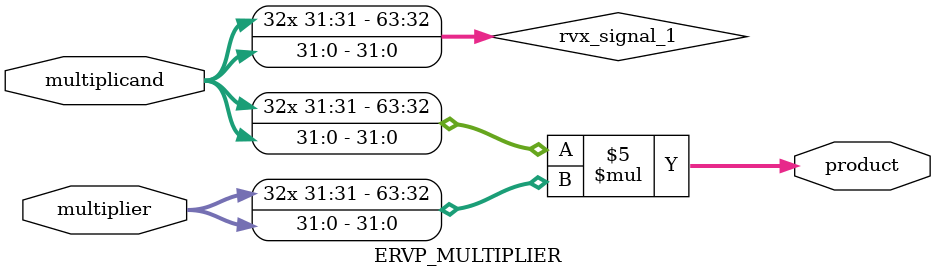
<source format=v>

`include "ervp_global.vh"


module ERVP_MULTIPLIER
(
  multiplicand,
  multiplier,
  product
);


parameter BW_MULTIPLICAND = 32;
parameter BW_MULTIPLIER = 32;
parameter USE_LIBRARY = 1;

localparam  RVX_LPARA_0 = BW_MULTIPLICAND+BW_MULTIPLIER;

input wire [BW_MULTIPLICAND-1:0] multiplicand;
input wire [BW_MULTIPLIER-1:0] multiplier;
output reg [RVX_LPARA_0-1:0] product;

genvar i;
integer j;

localparam  RVX_LPARA_1 = BW_MULTIPLIER;

wire [RVX_LPARA_0-1:0] rvx_signal_1;
wire [RVX_LPARA_0-1:0] rvx_signal_2;
wire [RVX_LPARA_0-1:0] rvx_signal_0 [RVX_LPARA_1-1:0];

assign rvx_signal_1 = $signed(multiplicand);
assign rvx_signal_2 = (~rvx_signal_1) + 1;

for(i=0; i<RVX_LPARA_1-1; i=i+1)
begin : i_gen_partial_product
  assign rvx_signal_0[i] = multiplier[i]? (rvx_signal_1<<i) : 0;
end

assign rvx_signal_0[RVX_LPARA_1-1] = multiplier[RVX_LPARA_1-1]? (rvx_signal_2<<(RVX_LPARA_1-1)) : 0;

always@(*)
begin
  product = 0;
  if(USE_LIBRARY==1)
    product = $signed(multiplicand) * $signed(multiplier);
  else
    for(j=0; j<RVX_LPARA_1; j=j+1)
      product = product + rvx_signal_0[j];
end

endmodule

</source>
